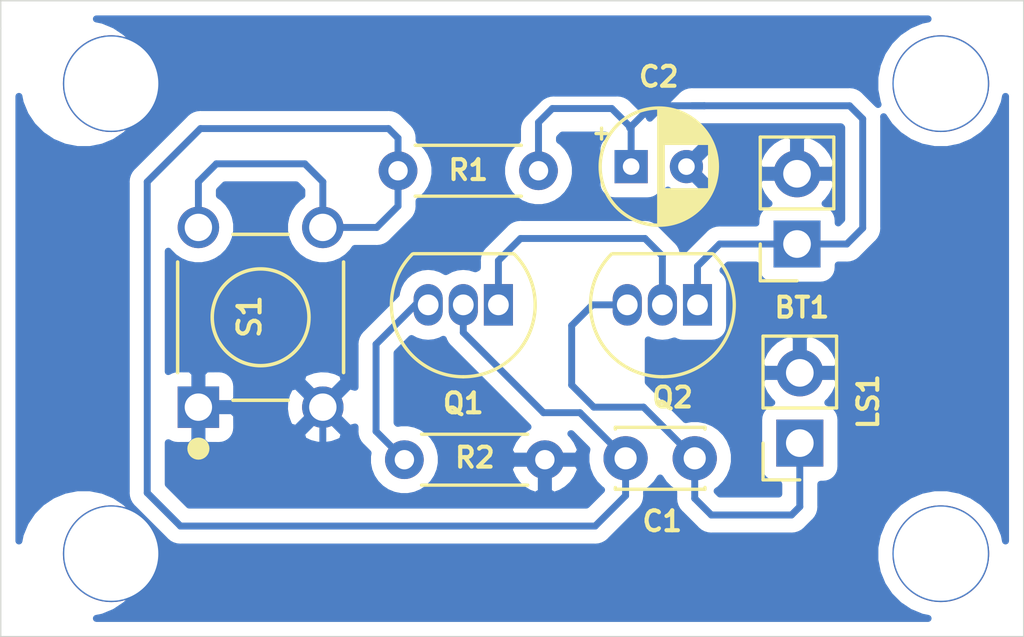
<source format=kicad_pcb>
(kicad_pcb (version 20171130) (host pcbnew "(5.1.12)-1")

  (general
    (thickness 1.6)
    (drawings 5)
    (tracks 69)
    (zones 0)
    (modules 9)
    (nets 7)
  )

  (page A4)
  (layers
    (0 F.Cu signal)
    (31 B.Cu signal)
    (32 B.Adhes user hide)
    (33 F.Adhes user hide)
    (34 B.Paste user hide)
    (35 F.Paste user hide)
    (36 B.SilkS user hide)
    (37 F.SilkS user)
    (38 B.Mask user)
    (39 F.Mask user hide)
    (40 Dwgs.User user hide)
    (41 Cmts.User user hide)
    (42 Eco1.User user hide)
    (43 Eco2.User user hide)
    (44 Edge.Cuts user)
    (45 Margin user hide)
    (46 B.CrtYd user hide)
    (47 F.CrtYd user)
    (48 B.Fab user hide)
    (49 F.Fab user)
  )

  (setup
    (last_trace_width 0.25)
    (trace_clearance 0.2)
    (zone_clearance 0.508)
    (zone_45_only no)
    (trace_min 0.2)
    (via_size 0.8)
    (via_drill 0.4)
    (via_min_size 0.4)
    (via_min_drill 0.3)
    (uvia_size 0.3)
    (uvia_drill 0.1)
    (uvias_allowed no)
    (uvia_min_size 0.2)
    (uvia_min_drill 0.1)
    (edge_width 0.05)
    (segment_width 0.2)
    (pcb_text_width 0.3)
    (pcb_text_size 1.5 1.5)
    (mod_edge_width 0.12)
    (mod_text_size 1 1)
    (mod_text_width 0.15)
    (pad_size 1.524 1.524)
    (pad_drill 0.762)
    (pad_to_mask_clearance 0)
    (aux_axis_origin 0 0)
    (visible_elements 7FFFFFFF)
    (pcbplotparams
      (layerselection 0x010fc_ffffffff)
      (usegerberextensions false)
      (usegerberattributes true)
      (usegerberadvancedattributes true)
      (creategerberjobfile true)
      (excludeedgelayer true)
      (linewidth 0.100000)
      (plotframeref false)
      (viasonmask false)
      (mode 1)
      (useauxorigin false)
      (hpglpennumber 1)
      (hpglpenspeed 20)
      (hpglpendiameter 15.000000)
      (psnegative false)
      (psa4output false)
      (plotreference true)
      (plotvalue true)
      (plotinvisibletext false)
      (padsonsilk false)
      (subtractmaskfromsilk false)
      (outputformat 1)
      (mirror false)
      (drillshape 0)
      (scaleselection 1)
      (outputdirectory "gerber/"))
  )

  (net 0 "")
  (net 1 Earth)
  (net 2 "Net-(BT1-Pad1)")
  (net 3 "Net-(C1-Pad2)")
  (net 4 "Net-(C1-Pad1)")
  (net 5 "Net-(Q1-Pad1)")
  (net 6 "Net-(Q1-Pad3)")

  (net_class Default "This is the default net class."
    (clearance 0.2)
    (trace_width 0.25)
    (via_dia 0.8)
    (via_drill 0.4)
    (uvia_dia 0.3)
    (uvia_drill 0.1)
    (add_net Earth)
    (add_net "Net-(BT1-Pad1)")
    (add_net "Net-(C1-Pad1)")
    (add_net "Net-(C1-Pad2)")
    (add_net "Net-(Q1-Pad1)")
    (add_net "Net-(Q1-Pad3)")
  )

  (module FSM8JH:SW_FSM8JH (layer F.Cu) (tedit 64E0D0BC) (tstamp 64E1253B)
    (at 111.4 108.45 90)
    (path /64E3FC34)
    (fp_text reference S1 (at 0.025 -0.4 90) (layer F.SilkS)
      (effects (font (size 0.801197 0.801197) (thickness 0.15)))
    )
    (fp_text value FSM8JH (at 0.025 -3.65 90) (layer F.Fab)
      (effects (font (size 0.72 0.72) (thickness 0.15)))
    )
    (fp_circle (center -3.25 -2.25) (end -3.05 -2.25) (layer F.Fab) (width 0.4))
    (fp_circle (center -4.75 -2.25) (end -4.55 -2.25) (layer F.SilkS) (width 0.4))
    (fp_line (start -4.25 3.245) (end -4.25 -3.25) (layer F.CrtYd) (width 0.05))
    (fp_line (start 4.25 3.245) (end -4.25 3.245) (layer F.CrtYd) (width 0.05))
    (fp_line (start 4.25 -3.25) (end 4.25 3.245) (layer F.CrtYd) (width 0.05))
    (fp_line (start -4.25 -3.25) (end 4.25 -3.25) (layer F.CrtYd) (width 0.05))
    (fp_circle (center 0 0) (end 1.75 0) (layer F.SilkS) (width 0.127))
    (fp_line (start -2 3) (end 2 3) (layer F.SilkS) (width 0.127))
    (fp_line (start -2 -3) (end 2 -3) (layer F.SilkS) (width 0.127))
    (fp_line (start 3 -1) (end 3 1) (layer F.SilkS) (width 0.127))
    (fp_line (start -3 -1) (end -3 1) (layer F.SilkS) (width 0.127))
    (fp_circle (center 0 0) (end 1.75 0) (layer F.Fab) (width 0.127))
    (fp_line (start 2.995 -2.995) (end -2.995 -2.995) (layer F.Fab) (width 0.127))
    (fp_line (start 2.995 2.995) (end 2.995 -2.995) (layer F.Fab) (width 0.127))
    (fp_line (start -2.995 2.995) (end 2.995 2.995) (layer F.Fab) (width 0.127))
    (fp_line (start -2.995 -2.995) (end -2.995 2.995) (layer F.Fab) (width 0.127))
    (pad 4 thru_hole circle (at 3.25 2.25 90) (size 1.498 1.498) (drill 0.99) (layers *.Cu *.Mask)
      (net 3 "Net-(C1-Pad2)"))
    (pad 2 thru_hole circle (at -3.25 2.25 90) (size 1.498 1.498) (drill 0.99) (layers *.Cu *.Mask)
      (net 1 Earth))
    (pad 3 thru_hole circle (at 3.25 -2.25 90) (size 1.498 1.498) (drill 0.99) (layers *.Cu *.Mask)
      (net 3 "Net-(C1-Pad2)"))
    (pad 1 thru_hole rect (at -3.25 -2.25 90) (size 1.498 1.498) (drill 0.99) (layers *.Cu *.Mask)
      (net 1 Earth))
  )

  (module Resistor_THT:R_Axial_DIN0204_L3.6mm_D1.6mm_P5.08mm_Horizontal (layer F.Cu) (tedit 5AE5139B) (tstamp 64E12523)
    (at 116.6 113.6)
    (descr "Resistor, Axial_DIN0204 series, Axial, Horizontal, pin pitch=5.08mm, 0.167W, length*diameter=3.6*1.6mm^2, http://cdn-reichelt.de/documents/datenblatt/B400/1_4W%23YAG.pdf")
    (tags "Resistor Axial_DIN0204 series Axial Horizontal pin pitch 5.08mm 0.167W length 3.6mm diameter 1.6mm")
    (path /64E01D8C)
    (fp_text reference R2 (at 2.55 -0.075) (layer F.SilkS)
      (effects (font (size 0.72 0.72) (thickness 0.15)))
    )
    (fp_text value 100 (at 2.54 1.92) (layer F.Fab)
      (effects (font (size 0.72 0.72) (thickness 0.15)))
    )
    (fp_line (start 6.03 -1.05) (end -0.95 -1.05) (layer F.CrtYd) (width 0.05))
    (fp_line (start 6.03 1.05) (end 6.03 -1.05) (layer F.CrtYd) (width 0.05))
    (fp_line (start -0.95 1.05) (end 6.03 1.05) (layer F.CrtYd) (width 0.05))
    (fp_line (start -0.95 -1.05) (end -0.95 1.05) (layer F.CrtYd) (width 0.05))
    (fp_line (start 0.62 0.92) (end 4.46 0.92) (layer F.SilkS) (width 0.12))
    (fp_line (start 0.62 -0.92) (end 4.46 -0.92) (layer F.SilkS) (width 0.12))
    (fp_line (start 5.08 0) (end 4.34 0) (layer F.Fab) (width 0.1))
    (fp_line (start 0 0) (end 0.74 0) (layer F.Fab) (width 0.1))
    (fp_line (start 4.34 -0.8) (end 0.74 -0.8) (layer F.Fab) (width 0.1))
    (fp_line (start 4.34 0.8) (end 4.34 -0.8) (layer F.Fab) (width 0.1))
    (fp_line (start 0.74 0.8) (end 4.34 0.8) (layer F.Fab) (width 0.1))
    (fp_line (start 0.74 -0.8) (end 0.74 0.8) (layer F.Fab) (width 0.1))
    (fp_text user %R (at 2.54 0) (layer F.Fab)
      (effects (font (size 0.72 0.72) (thickness 0.108)))
    )
    (pad 2 thru_hole oval (at 5.08 0) (size 1.4 1.4) (drill 0.7) (layers *.Cu *.Mask)
      (net 1 Earth))
    (pad 1 thru_hole circle (at 0 0) (size 1.4 1.4) (drill 0.7) (layers *.Cu *.Mask)
      (net 6 "Net-(Q1-Pad3)"))
    (model ${KISYS3DMOD}/Resistor_THT.3dshapes/R_Axial_DIN0204_L3.6mm_D1.6mm_P5.08mm_Horizontal.wrl
      (at (xyz 0 0 0))
      (scale (xyz 1 1 1))
      (rotate (xyz 0 0 0))
    )
  )

  (module Resistor_THT:R_Axial_DIN0204_L3.6mm_D1.6mm_P5.08mm_Horizontal (layer F.Cu) (tedit 5AE5139B) (tstamp 64E12510)
    (at 121.45 103.15 180)
    (descr "Resistor, Axial_DIN0204 series, Axial, Horizontal, pin pitch=5.08mm, 0.167W, length*diameter=3.6*1.6mm^2, http://cdn-reichelt.de/documents/datenblatt/B400/1_4W%23YAG.pdf")
    (tags "Resistor Axial_DIN0204 series Axial Horizontal pin pitch 5.08mm 0.167W length 3.6mm diameter 1.6mm")
    (path /64E022F3)
    (fp_text reference R1 (at 2.54 0.025) (layer F.SilkS)
      (effects (font (size 0.72 0.72) (thickness 0.15)))
    )
    (fp_text value 330K (at 2.54 1.92) (layer F.Fab)
      (effects (font (size 0.72 0.72) (thickness 0.15)))
    )
    (fp_line (start 6.03 -1.05) (end -0.95 -1.05) (layer F.CrtYd) (width 0.05))
    (fp_line (start 6.03 1.05) (end 6.03 -1.05) (layer F.CrtYd) (width 0.05))
    (fp_line (start -0.95 1.05) (end 6.03 1.05) (layer F.CrtYd) (width 0.05))
    (fp_line (start -0.95 -1.05) (end -0.95 1.05) (layer F.CrtYd) (width 0.05))
    (fp_line (start 0.62 0.92) (end 4.46 0.92) (layer F.SilkS) (width 0.12))
    (fp_line (start 0.62 -0.92) (end 4.46 -0.92) (layer F.SilkS) (width 0.12))
    (fp_line (start 5.08 0) (end 4.34 0) (layer F.Fab) (width 0.1))
    (fp_line (start 0 0) (end 0.74 0) (layer F.Fab) (width 0.1))
    (fp_line (start 4.34 -0.8) (end 0.74 -0.8) (layer F.Fab) (width 0.1))
    (fp_line (start 4.34 0.8) (end 4.34 -0.8) (layer F.Fab) (width 0.1))
    (fp_line (start 0.74 0.8) (end 4.34 0.8) (layer F.Fab) (width 0.1))
    (fp_line (start 0.74 -0.8) (end 0.74 0.8) (layer F.Fab) (width 0.1))
    (fp_text user %R (at 2.54 0) (layer F.Fab)
      (effects (font (size 0.72 0.72) (thickness 0.108)))
    )
    (pad 2 thru_hole oval (at 5.08 0 180) (size 1.4 1.4) (drill 0.7) (layers *.Cu *.Mask)
      (net 3 "Net-(C1-Pad2)"))
    (pad 1 thru_hole circle (at 0 0 180) (size 1.4 1.4) (drill 0.7) (layers *.Cu *.Mask)
      (net 2 "Net-(BT1-Pad1)"))
    (model ${KISYS3DMOD}/Resistor_THT.3dshapes/R_Axial_DIN0204_L3.6mm_D1.6mm_P5.08mm_Horizontal.wrl
      (at (xyz 0 0 0))
      (scale (xyz 1 1 1))
      (rotate (xyz 0 0 0))
    )
  )

  (module Package_TO_SOT_THT:TO-92_Inline (layer F.Cu) (tedit 5A1DD157) (tstamp 64E124FD)
    (at 127.2 108 180)
    (descr "TO-92 leads in-line, narrow, oval pads, drill 0.75mm (see NXP sot054_po.pdf)")
    (tags "to-92 sc-43 sc-43a sot54 PA33 transistor")
    (path /64E014ED)
    (fp_text reference Q2 (at 0.9 -3.35) (layer F.SilkS)
      (effects (font (size 0.72 0.72) (thickness 0.15)))
    )
    (fp_text value BC547 (at 4.7 -0.7 90) (layer F.Fab)
      (effects (font (size 0.72 0.72) (thickness 0.15)))
    )
    (fp_line (start 4 2.01) (end -1.46 2.01) (layer F.CrtYd) (width 0.05))
    (fp_line (start 4 2.01) (end 4 -2.73) (layer F.CrtYd) (width 0.05))
    (fp_line (start -1.46 -2.73) (end -1.46 2.01) (layer F.CrtYd) (width 0.05))
    (fp_line (start -1.46 -2.73) (end 4 -2.73) (layer F.CrtYd) (width 0.05))
    (fp_line (start -0.5 1.75) (end 3 1.75) (layer F.Fab) (width 0.1))
    (fp_line (start -0.53 1.85) (end 3.07 1.85) (layer F.SilkS) (width 0.12))
    (fp_arc (start 1.27 0) (end 1.27 -2.6) (angle 135) (layer F.SilkS) (width 0.12))
    (fp_arc (start 1.27 0) (end 1.27 -2.48) (angle -135) (layer F.Fab) (width 0.1))
    (fp_arc (start 1.27 0) (end 1.27 -2.6) (angle -135) (layer F.SilkS) (width 0.12))
    (fp_arc (start 1.27 0) (end 1.27 -2.48) (angle 135) (layer F.Fab) (width 0.1))
    (fp_text user %R (at 1.27 0) (layer F.Fab)
      (effects (font (size 1 1) (thickness 0.15)))
    )
    (pad 1 thru_hole rect (at 0 0 180) (size 1.05 1.5) (drill 0.75) (layers *.Cu *.Mask)
      (net 2 "Net-(BT1-Pad1)"))
    (pad 3 thru_hole oval (at 2.54 0 180) (size 1.05 1.5) (drill 0.75) (layers *.Cu *.Mask)
      (net 4 "Net-(C1-Pad1)"))
    (pad 2 thru_hole oval (at 1.27 0 180) (size 1.05 1.5) (drill 0.75) (layers *.Cu *.Mask)
      (net 5 "Net-(Q1-Pad1)"))
    (model ${KISYS3DMOD}/Package_TO_SOT_THT.3dshapes/TO-92_Inline.wrl
      (at (xyz 0 0 0))
      (scale (xyz 1 1 1))
      (rotate (xyz 0 0 0))
    )
  )

  (module Package_TO_SOT_THT:TO-92_Inline (layer F.Cu) (tedit 5A1DD157) (tstamp 64E124EB)
    (at 120 108 180)
    (descr "TO-92 leads in-line, narrow, oval pads, drill 0.75mm (see NXP sot054_po.pdf)")
    (tags "to-92 sc-43 sc-43a sot54 PA33 transistor")
    (path /64E00C80)
    (fp_text reference Q1 (at 1.27 -3.56) (layer F.SilkS)
      (effects (font (size 0.72 0.72) (thickness 0.15)))
    )
    (fp_text value BC547 (at 2 2.79) (layer F.Fab)
      (effects (font (size 0.72 0.72) (thickness 0.15)))
    )
    (fp_line (start -0.53 1.85) (end 3.07 1.85) (layer F.SilkS) (width 0.12))
    (fp_line (start -0.5 1.75) (end 3 1.75) (layer F.Fab) (width 0.1))
    (fp_line (start -1.46 -2.73) (end 4 -2.73) (layer F.CrtYd) (width 0.05))
    (fp_line (start -1.46 -2.73) (end -1.46 2.01) (layer F.CrtYd) (width 0.05))
    (fp_line (start 4 2.01) (end 4 -2.73) (layer F.CrtYd) (width 0.05))
    (fp_line (start 4 2.01) (end -1.46 2.01) (layer F.CrtYd) (width 0.05))
    (fp_text user %R (at 1.27 0) (layer F.Fab)
      (effects (font (size 1 1) (thickness 0.15)))
    )
    (fp_arc (start 1.27 0) (end 1.27 -2.48) (angle 135) (layer F.Fab) (width 0.1))
    (fp_arc (start 1.27 0) (end 1.27 -2.6) (angle -135) (layer F.SilkS) (width 0.12))
    (fp_arc (start 1.27 0) (end 1.27 -2.48) (angle -135) (layer F.Fab) (width 0.1))
    (fp_arc (start 1.27 0) (end 1.27 -2.6) (angle 135) (layer F.SilkS) (width 0.12))
    (pad 2 thru_hole oval (at 1.27 0 180) (size 1.05 1.5) (drill 0.75) (layers *.Cu *.Mask)
      (net 3 "Net-(C1-Pad2)"))
    (pad 3 thru_hole oval (at 2.54 0 180) (size 1.05 1.5) (drill 0.75) (layers *.Cu *.Mask)
      (net 6 "Net-(Q1-Pad3)"))
    (pad 1 thru_hole rect (at 0 0 180) (size 1.05 1.5) (drill 0.75) (layers *.Cu *.Mask)
      (net 5 "Net-(Q1-Pad1)"))
    (model ${KISYS3DMOD}/Package_TO_SOT_THT.3dshapes/TO-92_Inline.wrl
      (at (xyz 0 0 0))
      (scale (xyz 1 1 1))
      (rotate (xyz 0 0 0))
    )
  )

  (module Connector_PinSocket_2.54mm:PinSocket_1x02_P2.54mm_Vertical (layer F.Cu) (tedit 5A19A420) (tstamp 64E124D9)
    (at 130.9 113 180)
    (descr "Through hole straight socket strip, 1x02, 2.54mm pitch, single row (from Kicad 4.0.7), script generated")
    (tags "Through hole socket strip THT 1x02 2.54mm single row")
    (path /64E02F23)
    (fp_text reference LS1 (at -2.475 1.5 90) (layer F.SilkS)
      (effects (font (size 0.72 0.72) (thickness 0.15)))
    )
    (fp_text value Speaker (at -3.225 9.05 90) (layer F.Fab)
      (effects (font (size 0.72 0.72) (thickness 0.15)))
    )
    (fp_line (start -1.8 4.3) (end -1.8 -1.8) (layer F.CrtYd) (width 0.05))
    (fp_line (start 1.75 4.3) (end -1.8 4.3) (layer F.CrtYd) (width 0.05))
    (fp_line (start 1.75 -1.8) (end 1.75 4.3) (layer F.CrtYd) (width 0.05))
    (fp_line (start -1.8 -1.8) (end 1.75 -1.8) (layer F.CrtYd) (width 0.05))
    (fp_line (start 0 -1.33) (end 1.33 -1.33) (layer F.SilkS) (width 0.12))
    (fp_line (start 1.33 -1.33) (end 1.33 0) (layer F.SilkS) (width 0.12))
    (fp_line (start 1.33 1.27) (end 1.33 3.87) (layer F.SilkS) (width 0.12))
    (fp_line (start -1.33 3.87) (end 1.33 3.87) (layer F.SilkS) (width 0.12))
    (fp_line (start -1.33 1.27) (end -1.33 3.87) (layer F.SilkS) (width 0.12))
    (fp_line (start -1.33 1.27) (end 1.33 1.27) (layer F.SilkS) (width 0.12))
    (fp_line (start -1.27 3.81) (end -1.27 -1.27) (layer F.Fab) (width 0.1))
    (fp_line (start 1.27 3.81) (end -1.27 3.81) (layer F.Fab) (width 0.1))
    (fp_line (start 1.27 -0.635) (end 1.27 3.81) (layer F.Fab) (width 0.1))
    (fp_line (start 0.635 -1.27) (end 1.27 -0.635) (layer F.Fab) (width 0.1))
    (fp_line (start -1.27 -1.27) (end 0.635 -1.27) (layer F.Fab) (width 0.1))
    (fp_text user %R (at -2.5 1.475 90) (layer F.Fab)
      (effects (font (size 0.72 0.72) (thickness 0.15)))
    )
    (pad 2 thru_hole oval (at 0 2.54 180) (size 1.7 1.7) (drill 1) (layers *.Cu *.Mask)
      (net 1 Earth))
    (pad 1 thru_hole rect (at 0 0 180) (size 1.7 1.7) (drill 1) (layers *.Cu *.Mask)
      (net 4 "Net-(C1-Pad1)"))
    (model ${KISYS3DMOD}/Connector_PinSocket_2.54mm.3dshapes/PinSocket_1x02_P2.54mm_Vertical.wrl
      (at (xyz 0 0 0))
      (scale (xyz 1 1 1))
      (rotate (xyz 0 0 0))
    )
  )

  (module Capacitor_THT:CP_Radial_D4.0mm_P2.00mm (layer F.Cu) (tedit 5AE50EF0) (tstamp 64E124C3)
    (at 124.8 103)
    (descr "CP, Radial series, Radial, pin pitch=2.00mm, , diameter=4mm, Electrolytic Capacitor")
    (tags "CP Radial series Radial pin pitch 2.00mm  diameter 4mm Electrolytic Capacitor")
    (path /64E038FB)
    (fp_text reference C2 (at 1 -3.25) (layer F.SilkS)
      (effects (font (size 0.72 0.72) (thickness 0.15)))
    )
    (fp_text value 100uf (at 3.75 0.25 90) (layer F.Fab)
      (effects (font (size 0.72 0.72) (thickness 0.15)))
    )
    (fp_circle (center 1 0) (end 3 0) (layer F.Fab) (width 0.1))
    (fp_circle (center 1 0) (end 3.12 0) (layer F.SilkS) (width 0.12))
    (fp_circle (center 1 0) (end 3.25 0) (layer F.CrtYd) (width 0.05))
    (fp_line (start -0.702554 -0.8675) (end -0.302554 -0.8675) (layer F.Fab) (width 0.1))
    (fp_line (start -0.502554 -1.0675) (end -0.502554 -0.6675) (layer F.Fab) (width 0.1))
    (fp_line (start 1 -2.08) (end 1 2.08) (layer F.SilkS) (width 0.12))
    (fp_line (start 1.04 -2.08) (end 1.04 2.08) (layer F.SilkS) (width 0.12))
    (fp_line (start 1.08 -2.079) (end 1.08 2.079) (layer F.SilkS) (width 0.12))
    (fp_line (start 1.12 -2.077) (end 1.12 2.077) (layer F.SilkS) (width 0.12))
    (fp_line (start 1.16 -2.074) (end 1.16 2.074) (layer F.SilkS) (width 0.12))
    (fp_line (start 1.2 -2.071) (end 1.2 -0.84) (layer F.SilkS) (width 0.12))
    (fp_line (start 1.2 0.84) (end 1.2 2.071) (layer F.SilkS) (width 0.12))
    (fp_line (start 1.24 -2.067) (end 1.24 -0.84) (layer F.SilkS) (width 0.12))
    (fp_line (start 1.24 0.84) (end 1.24 2.067) (layer F.SilkS) (width 0.12))
    (fp_line (start 1.28 -2.062) (end 1.28 -0.84) (layer F.SilkS) (width 0.12))
    (fp_line (start 1.28 0.84) (end 1.28 2.062) (layer F.SilkS) (width 0.12))
    (fp_line (start 1.32 -2.056) (end 1.32 -0.84) (layer F.SilkS) (width 0.12))
    (fp_line (start 1.32 0.84) (end 1.32 2.056) (layer F.SilkS) (width 0.12))
    (fp_line (start 1.36 -2.05) (end 1.36 -0.84) (layer F.SilkS) (width 0.12))
    (fp_line (start 1.36 0.84) (end 1.36 2.05) (layer F.SilkS) (width 0.12))
    (fp_line (start 1.4 -2.042) (end 1.4 -0.84) (layer F.SilkS) (width 0.12))
    (fp_line (start 1.4 0.84) (end 1.4 2.042) (layer F.SilkS) (width 0.12))
    (fp_line (start 1.44 -2.034) (end 1.44 -0.84) (layer F.SilkS) (width 0.12))
    (fp_line (start 1.44 0.84) (end 1.44 2.034) (layer F.SilkS) (width 0.12))
    (fp_line (start 1.48 -2.025) (end 1.48 -0.84) (layer F.SilkS) (width 0.12))
    (fp_line (start 1.48 0.84) (end 1.48 2.025) (layer F.SilkS) (width 0.12))
    (fp_line (start 1.52 -2.016) (end 1.52 -0.84) (layer F.SilkS) (width 0.12))
    (fp_line (start 1.52 0.84) (end 1.52 2.016) (layer F.SilkS) (width 0.12))
    (fp_line (start 1.56 -2.005) (end 1.56 -0.84) (layer F.SilkS) (width 0.12))
    (fp_line (start 1.56 0.84) (end 1.56 2.005) (layer F.SilkS) (width 0.12))
    (fp_line (start 1.6 -1.994) (end 1.6 -0.84) (layer F.SilkS) (width 0.12))
    (fp_line (start 1.6 0.84) (end 1.6 1.994) (layer F.SilkS) (width 0.12))
    (fp_line (start 1.64 -1.982) (end 1.64 -0.84) (layer F.SilkS) (width 0.12))
    (fp_line (start 1.64 0.84) (end 1.64 1.982) (layer F.SilkS) (width 0.12))
    (fp_line (start 1.68 -1.968) (end 1.68 -0.84) (layer F.SilkS) (width 0.12))
    (fp_line (start 1.68 0.84) (end 1.68 1.968) (layer F.SilkS) (width 0.12))
    (fp_line (start 1.721 -1.954) (end 1.721 -0.84) (layer F.SilkS) (width 0.12))
    (fp_line (start 1.721 0.84) (end 1.721 1.954) (layer F.SilkS) (width 0.12))
    (fp_line (start 1.761 -1.94) (end 1.761 -0.84) (layer F.SilkS) (width 0.12))
    (fp_line (start 1.761 0.84) (end 1.761 1.94) (layer F.SilkS) (width 0.12))
    (fp_line (start 1.801 -1.924) (end 1.801 -0.84) (layer F.SilkS) (width 0.12))
    (fp_line (start 1.801 0.84) (end 1.801 1.924) (layer F.SilkS) (width 0.12))
    (fp_line (start 1.841 -1.907) (end 1.841 -0.84) (layer F.SilkS) (width 0.12))
    (fp_line (start 1.841 0.84) (end 1.841 1.907) (layer F.SilkS) (width 0.12))
    (fp_line (start 1.881 -1.889) (end 1.881 -0.84) (layer F.SilkS) (width 0.12))
    (fp_line (start 1.881 0.84) (end 1.881 1.889) (layer F.SilkS) (width 0.12))
    (fp_line (start 1.921 -1.87) (end 1.921 -0.84) (layer F.SilkS) (width 0.12))
    (fp_line (start 1.921 0.84) (end 1.921 1.87) (layer F.SilkS) (width 0.12))
    (fp_line (start 1.961 -1.851) (end 1.961 -0.84) (layer F.SilkS) (width 0.12))
    (fp_line (start 1.961 0.84) (end 1.961 1.851) (layer F.SilkS) (width 0.12))
    (fp_line (start 2.001 -1.83) (end 2.001 -0.84) (layer F.SilkS) (width 0.12))
    (fp_line (start 2.001 0.84) (end 2.001 1.83) (layer F.SilkS) (width 0.12))
    (fp_line (start 2.041 -1.808) (end 2.041 -0.84) (layer F.SilkS) (width 0.12))
    (fp_line (start 2.041 0.84) (end 2.041 1.808) (layer F.SilkS) (width 0.12))
    (fp_line (start 2.081 -1.785) (end 2.081 -0.84) (layer F.SilkS) (width 0.12))
    (fp_line (start 2.081 0.84) (end 2.081 1.785) (layer F.SilkS) (width 0.12))
    (fp_line (start 2.121 -1.76) (end 2.121 -0.84) (layer F.SilkS) (width 0.12))
    (fp_line (start 2.121 0.84) (end 2.121 1.76) (layer F.SilkS) (width 0.12))
    (fp_line (start 2.161 -1.735) (end 2.161 -0.84) (layer F.SilkS) (width 0.12))
    (fp_line (start 2.161 0.84) (end 2.161 1.735) (layer F.SilkS) (width 0.12))
    (fp_line (start 2.201 -1.708) (end 2.201 -0.84) (layer F.SilkS) (width 0.12))
    (fp_line (start 2.201 0.84) (end 2.201 1.708) (layer F.SilkS) (width 0.12))
    (fp_line (start 2.241 -1.68) (end 2.241 -0.84) (layer F.SilkS) (width 0.12))
    (fp_line (start 2.241 0.84) (end 2.241 1.68) (layer F.SilkS) (width 0.12))
    (fp_line (start 2.281 -1.65) (end 2.281 -0.84) (layer F.SilkS) (width 0.12))
    (fp_line (start 2.281 0.84) (end 2.281 1.65) (layer F.SilkS) (width 0.12))
    (fp_line (start 2.321 -1.619) (end 2.321 -0.84) (layer F.SilkS) (width 0.12))
    (fp_line (start 2.321 0.84) (end 2.321 1.619) (layer F.SilkS) (width 0.12))
    (fp_line (start 2.361 -1.587) (end 2.361 -0.84) (layer F.SilkS) (width 0.12))
    (fp_line (start 2.361 0.84) (end 2.361 1.587) (layer F.SilkS) (width 0.12))
    (fp_line (start 2.401 -1.552) (end 2.401 -0.84) (layer F.SilkS) (width 0.12))
    (fp_line (start 2.401 0.84) (end 2.401 1.552) (layer F.SilkS) (width 0.12))
    (fp_line (start 2.441 -1.516) (end 2.441 -0.84) (layer F.SilkS) (width 0.12))
    (fp_line (start 2.441 0.84) (end 2.441 1.516) (layer F.SilkS) (width 0.12))
    (fp_line (start 2.481 -1.478) (end 2.481 -0.84) (layer F.SilkS) (width 0.12))
    (fp_line (start 2.481 0.84) (end 2.481 1.478) (layer F.SilkS) (width 0.12))
    (fp_line (start 2.521 -1.438) (end 2.521 -0.84) (layer F.SilkS) (width 0.12))
    (fp_line (start 2.521 0.84) (end 2.521 1.438) (layer F.SilkS) (width 0.12))
    (fp_line (start 2.561 -1.396) (end 2.561 -0.84) (layer F.SilkS) (width 0.12))
    (fp_line (start 2.561 0.84) (end 2.561 1.396) (layer F.SilkS) (width 0.12))
    (fp_line (start 2.601 -1.351) (end 2.601 -0.84) (layer F.SilkS) (width 0.12))
    (fp_line (start 2.601 0.84) (end 2.601 1.351) (layer F.SilkS) (width 0.12))
    (fp_line (start 2.641 -1.304) (end 2.641 -0.84) (layer F.SilkS) (width 0.12))
    (fp_line (start 2.641 0.84) (end 2.641 1.304) (layer F.SilkS) (width 0.12))
    (fp_line (start 2.681 -1.254) (end 2.681 -0.84) (layer F.SilkS) (width 0.12))
    (fp_line (start 2.681 0.84) (end 2.681 1.254) (layer F.SilkS) (width 0.12))
    (fp_line (start 2.721 -1.2) (end 2.721 -0.84) (layer F.SilkS) (width 0.12))
    (fp_line (start 2.721 0.84) (end 2.721 1.2) (layer F.SilkS) (width 0.12))
    (fp_line (start 2.761 -1.142) (end 2.761 -0.84) (layer F.SilkS) (width 0.12))
    (fp_line (start 2.761 0.84) (end 2.761 1.142) (layer F.SilkS) (width 0.12))
    (fp_line (start 2.801 -1.08) (end 2.801 -0.84) (layer F.SilkS) (width 0.12))
    (fp_line (start 2.801 0.84) (end 2.801 1.08) (layer F.SilkS) (width 0.12))
    (fp_line (start 2.841 -1.013) (end 2.841 1.013) (layer F.SilkS) (width 0.12))
    (fp_line (start 2.881 -0.94) (end 2.881 0.94) (layer F.SilkS) (width 0.12))
    (fp_line (start 2.921 -0.859) (end 2.921 0.859) (layer F.SilkS) (width 0.12))
    (fp_line (start 2.961 -0.768) (end 2.961 0.768) (layer F.SilkS) (width 0.12))
    (fp_line (start 3.001 -0.664) (end 3.001 0.664) (layer F.SilkS) (width 0.12))
    (fp_line (start 3.041 -0.537) (end 3.041 0.537) (layer F.SilkS) (width 0.12))
    (fp_line (start 3.081 -0.37) (end 3.081 0.37) (layer F.SilkS) (width 0.12))
    (fp_line (start -1.269801 -1.195) (end -0.869801 -1.195) (layer F.SilkS) (width 0.12))
    (fp_line (start -1.069801 -1.395) (end -1.069801 -0.995) (layer F.SilkS) (width 0.12))
    (fp_text user %R (at 1 -3.225) (layer F.Fab)
      (effects (font (size 0.72 0.72) (thickness 0.12)))
    )
    (pad 1 thru_hole rect (at 0 0) (size 1.2 1.2) (drill 0.6) (layers *.Cu *.Mask)
      (net 2 "Net-(BT1-Pad1)"))
    (pad 2 thru_hole circle (at 2 0) (size 1.2 1.2) (drill 0.6) (layers *.Cu *.Mask)
      (net 1 Earth))
    (model ${KISYS3DMOD}/Capacitor_THT.3dshapes/CP_Radial_D4.0mm_P2.00mm.wrl
      (at (xyz 0 0 0))
      (scale (xyz 1 1 1))
      (rotate (xyz 0 0 0))
    )
  )

  (module Capacitor_THT:C_Disc_D3.0mm_W2.0mm_P2.50mm (layer F.Cu) (tedit 5AE50EF0) (tstamp 64E12457)
    (at 127.1 113.55 180)
    (descr "C, Disc series, Radial, pin pitch=2.50mm, , diameter*width=3*2mm^2, Capacitor")
    (tags "C Disc series Radial pin pitch 2.50mm  diameter 3mm width 2mm Capacitor")
    (path /64E040F8)
    (fp_text reference C1 (at 1.175 -2.275) (layer F.SilkS)
      (effects (font (size 0.72 0.72) (thickness 0.15)))
    )
    (fp_text value 0.01uf (at 1.025 -3.3) (layer F.Fab)
      (effects (font (size 0.72 0.72) (thickness 0.15)))
    )
    (fp_line (start -0.25 -1) (end -0.25 1) (layer F.Fab) (width 0.1))
    (fp_line (start -0.25 1) (end 2.75 1) (layer F.Fab) (width 0.1))
    (fp_line (start 2.75 1) (end 2.75 -1) (layer F.Fab) (width 0.1))
    (fp_line (start 2.75 -1) (end -0.25 -1) (layer F.Fab) (width 0.1))
    (fp_line (start -0.37 -1.12) (end 2.87 -1.12) (layer F.SilkS) (width 0.12))
    (fp_line (start -0.37 1.12) (end 2.87 1.12) (layer F.SilkS) (width 0.12))
    (fp_line (start -0.37 -1.12) (end -0.37 -1.055) (layer F.SilkS) (width 0.12))
    (fp_line (start -0.37 1.055) (end -0.37 1.12) (layer F.SilkS) (width 0.12))
    (fp_line (start 2.87 -1.12) (end 2.87 -1.055) (layer F.SilkS) (width 0.12))
    (fp_line (start 2.87 1.055) (end 2.87 1.12) (layer F.SilkS) (width 0.12))
    (fp_line (start -1.05 -1.25) (end -1.05 1.25) (layer F.CrtYd) (width 0.05))
    (fp_line (start -1.05 1.25) (end 3.55 1.25) (layer F.CrtYd) (width 0.05))
    (fp_line (start 3.55 1.25) (end 3.55 -1.25) (layer F.CrtYd) (width 0.05))
    (fp_line (start 3.55 -1.25) (end -1.05 -1.25) (layer F.CrtYd) (width 0.05))
    (fp_text user %R (at 1.2 -2.3) (layer F.Fab)
      (effects (font (size 0.72 0.72) (thickness 0.09)))
    )
    (pad 1 thru_hole circle (at 0 0 180) (size 1.6 1.6) (drill 0.8) (layers *.Cu *.Mask)
      (net 4 "Net-(C1-Pad1)"))
    (pad 2 thru_hole circle (at 2.5 0 180) (size 1.6 1.6) (drill 0.8) (layers *.Cu *.Mask)
      (net 3 "Net-(C1-Pad2)"))
    (model ${KISYS3DMOD}/Capacitor_THT.3dshapes/C_Disc_D3.0mm_W2.0mm_P2.50mm.wrl
      (at (xyz 0 0 0))
      (scale (xyz 1 1 1))
      (rotate (xyz 0 0 0))
    )
  )

  (module Connector_PinSocket_2.54mm:PinSocket_1x02_P2.54mm_Vertical (layer F.Cu) (tedit 5A19A420) (tstamp 64E12442)
    (at 130.8 105.8 180)
    (descr "Through hole straight socket strip, 1x02, 2.54mm pitch, single row (from Kicad 4.0.7), script generated")
    (tags "Through hole socket strip THT 1x02 2.54mm single row")
    (path /64E04A6C)
    (fp_text reference BT1 (at -0.175 -2.3) (layer F.SilkS)
      (effects (font (size 0.72 0.72) (thickness 0.15)))
    )
    (fp_text value 3V (at 0 5.8) (layer F.Fab)
      (effects (font (size 0.72 0.72) (thickness 0.15)))
    )
    (fp_line (start -1.27 -1.27) (end 0.635 -1.27) (layer F.Fab) (width 0.1))
    (fp_line (start 0.635 -1.27) (end 1.27 -0.635) (layer F.Fab) (width 0.1))
    (fp_line (start 1.27 -0.635) (end 1.27 3.81) (layer F.Fab) (width 0.1))
    (fp_line (start 1.27 3.81) (end -1.27 3.81) (layer F.Fab) (width 0.1))
    (fp_line (start -1.27 3.81) (end -1.27 -1.27) (layer F.Fab) (width 0.1))
    (fp_line (start -1.33 1.27) (end 1.33 1.27) (layer F.SilkS) (width 0.12))
    (fp_line (start -1.33 1.27) (end -1.33 3.87) (layer F.SilkS) (width 0.12))
    (fp_line (start -1.33 3.87) (end 1.33 3.87) (layer F.SilkS) (width 0.12))
    (fp_line (start 1.33 1.27) (end 1.33 3.87) (layer F.SilkS) (width 0.12))
    (fp_line (start 1.33 -1.33) (end 1.33 0) (layer F.SilkS) (width 0.12))
    (fp_line (start 0 -1.33) (end 1.33 -1.33) (layer F.SilkS) (width 0.12))
    (fp_line (start -1.8 -1.8) (end 1.75 -1.8) (layer F.CrtYd) (width 0.05))
    (fp_line (start 1.75 -1.8) (end 1.75 4.3) (layer F.CrtYd) (width 0.05))
    (fp_line (start 1.75 4.3) (end -1.8 4.3) (layer F.CrtYd) (width 0.05))
    (fp_line (start -1.8 4.3) (end -1.8 -1.8) (layer F.CrtYd) (width 0.05))
    (fp_text user %R (at 0 1.27 90) (layer F.Fab)
      (effects (font (size 1 1) (thickness 0.15)))
    )
    (pad 1 thru_hole rect (at 0 0 180) (size 1.7 1.7) (drill 1) (layers *.Cu *.Mask)
      (net 2 "Net-(BT1-Pad1)"))
    (pad 2 thru_hole oval (at 0 2.54 180) (size 1.7 1.7) (drill 1) (layers *.Cu *.Mask)
      (net 1 Earth))
    (model ${KISYS3DMOD}/Connector_PinSocket_2.54mm.3dshapes/PinSocket_1x02_P2.54mm_Vertical.wrl
      (at (xyz 0 0 0))
      (scale (xyz 1 1 1))
      (rotate (xyz 0 0 0))
    )
  )

  (gr_line (start 102 97) (end 102 98) (layer Edge.Cuts) (width 0.05) (tstamp 64E157C8))
  (gr_line (start 139 97) (end 102 97) (layer Edge.Cuts) (width 0.05))
  (gr_line (start 139 120) (end 139 97) (layer Edge.Cuts) (width 0.05))
  (gr_line (start 102 120) (end 139 120) (layer Edge.Cuts) (width 0.05))
  (gr_line (start 102 98) (end 102 120) (layer Edge.Cuts) (width 0.05))

  (via (at 136 100) (size 3.5) (drill 3.4) (layers F.Cu B.Cu) (net 0))
  (via (at 136 117) (size 3.5) (drill 3.4) (layers F.Cu B.Cu) (net 0))
  (via (at 106 117) (size 3.5) (drill 3.4) (layers F.Cu B.Cu) (net 0))
  (via (at 106 100) (size 3.5) (drill 3.4) (layers F.Cu B.Cu) (net 0))
  (segment (start 109.15 111.7) (end 109.15 113.35) (width 0.25) (layer B.Cu) (net 1))
  (segment (start 109.15 113.35) (end 109.8 114) (width 0.25) (layer B.Cu) (net 1))
  (segment (start 109.8 114) (end 113 114) (width 0.25) (layer B.Cu) (net 1))
  (segment (start 113.65 113.35) (end 113.65 111.7) (width 0.25) (layer B.Cu) (net 1))
  (segment (start 113 114) (end 113.65 113.35) (width 0.25) (layer B.Cu) (net 1))
  (segment (start 114.15 111.2) (end 113.65 111.7) (width 0.25) (layer B.Cu) (net 1))
  (segment (start 124.8 101.6) (end 124.8 103) (width 0.25) (layer B.Cu) (net 2))
  (segment (start 132.6 105.8) (end 130.8 105.8) (width 0.25) (layer B.Cu) (net 2))
  (segment (start 133.175 105.225) (end 132.6 105.8) (width 0.25) (layer B.Cu) (net 2))
  (segment (start 133.175 101.275) (end 133.175 105.225) (width 0.25) (layer B.Cu) (net 2))
  (segment (start 132.7 100.8) (end 133.175 101.275) (width 0.25) (layer B.Cu) (net 2))
  (segment (start 130.8 105.8) (end 128 105.8) (width 0.25) (layer B.Cu) (net 2))
  (segment (start 128 105.8) (end 127.2 106.6) (width 0.25) (layer B.Cu) (net 2))
  (segment (start 127.2 106.6) (end 127.2 108) (width 0.25) (layer B.Cu) (net 2))
  (segment (start 127.45 100.8) (end 132.7 100.8) (width 0.25) (layer B.Cu) (net 2))
  (segment (start 127 100.8) (end 127.45 100.8) (width 0.25) (layer B.Cu) (net 2))
  (segment (start 124.1 100.9) (end 124.8 101.6) (width 0.25) (layer B.Cu) (net 2))
  (segment (start 121.95 100.9) (end 124.1 100.9) (width 0.25) (layer B.Cu) (net 2))
  (segment (start 121.45 101.4) (end 121.95 100.9) (width 0.25) (layer B.Cu) (net 2))
  (segment (start 121.45 103.15) (end 121.45 101.4) (width 0.25) (layer B.Cu) (net 2))
  (segment (start 124.8 101.6) (end 124.75 101.6) (width 0.25) (layer B.Cu) (net 2))
  (segment (start 124.75 101.6) (end 125.55 100.8) (width 0.25) (layer B.Cu) (net 2))
  (segment (start 125.55 100.8) (end 127.45 100.8) (width 0.25) (layer B.Cu) (net 2))
  (segment (start 109.15 105.2) (end 109.15 103.55) (width 0.25) (layer B.Cu) (net 3))
  (segment (start 109.15 103.55) (end 109.8 102.9) (width 0.25) (layer B.Cu) (net 3))
  (segment (start 109.8 102.9) (end 113 102.9) (width 0.25) (layer B.Cu) (net 3))
  (segment (start 113.65 103.55) (end 113.65 105.2) (width 0.25) (layer B.Cu) (net 3))
  (segment (start 113 102.9) (end 113.65 103.55) (width 0.25) (layer B.Cu) (net 3))
  (segment (start 116.37 103.15) (end 116.37 104.43) (width 0.25) (layer B.Cu) (net 3))
  (segment (start 115.6 105.2) (end 113.65 105.2) (width 0.25) (layer B.Cu) (net 3))
  (segment (start 116.37 101.97) (end 116.37 103.15) (width 0.25) (layer B.Cu) (net 3))
  (segment (start 109.225 101.625) (end 116.025 101.625) (width 0.25) (layer B.Cu) (net 3))
  (segment (start 108.5 116) (end 107.3 114.8) (width 0.25) (layer B.Cu) (net 3))
  (segment (start 116.025 101.625) (end 116.37 101.97) (width 0.25) (layer B.Cu) (net 3))
  (segment (start 123.5 116) (end 108.5 116) (width 0.25) (layer B.Cu) (net 3))
  (segment (start 107.3 103.55) (end 109.225 101.625) (width 0.25) (layer B.Cu) (net 3))
  (segment (start 124.6 114.9) (end 123.5 116) (width 0.25) (layer B.Cu) (net 3))
  (segment (start 107.3 114.8) (end 107.3 103.55) (width 0.25) (layer B.Cu) (net 3))
  (segment (start 124.6 113.55) (end 124.6 114.9) (width 0.25) (layer B.Cu) (net 3))
  (segment (start 116.37 104.43) (end 115.6 105.2) (width 0.25) (layer B.Cu) (net 3))
  (segment (start 118.73 108) (end 118.73 109) (width 0.25) (layer B.Cu) (net 3))
  (segment (start 118.73 109) (end 121.63 111.9) (width 0.25) (layer B.Cu) (net 3))
  (segment (start 121.63 111.9) (end 122.95 111.9) (width 0.25) (layer B.Cu) (net 3))
  (segment (start 122.95 111.9) (end 124.6 113.55) (width 0.25) (layer B.Cu) (net 3))
  (segment (start 127.1 113.55) (end 127.1 115) (width 0.25) (layer B.Cu) (net 4))
  (segment (start 127.1 115) (end 127.7 115.6) (width 0.25) (layer B.Cu) (net 4))
  (segment (start 127.7 115.6) (end 130.6 115.6) (width 0.25) (layer B.Cu) (net 4))
  (segment (start 130.6 115.6) (end 130.9 115.3) (width 0.25) (layer B.Cu) (net 4))
  (segment (start 130.9 115.3) (end 130.9 113) (width 0.25) (layer B.Cu) (net 4))
  (segment (start 124.66 108) (end 124.66 108.14) (width 0.25) (layer B.Cu) (net 4))
  (segment (start 124.66 108) (end 123.4 108) (width 0.25) (layer B.Cu) (net 4))
  (segment (start 123.4 108) (end 122.65 108.75) (width 0.25) (layer B.Cu) (net 4))
  (segment (start 122.65 108.75) (end 122.65 110.9) (width 0.25) (layer B.Cu) (net 4))
  (segment (start 122.65 110.9) (end 123.45 111.7) (width 0.25) (layer B.Cu) (net 4))
  (segment (start 125.25 111.7) (end 127.1 113.55) (width 0.25) (layer B.Cu) (net 4))
  (segment (start 123.45 111.7) (end 125.25 111.7) (width 0.25) (layer B.Cu) (net 4))
  (segment (start 120 108) (end 120 106.4) (width 0.25) (layer B.Cu) (net 5))
  (segment (start 120 106.4) (end 120.8 105.6) (width 0.25) (layer B.Cu) (net 5))
  (segment (start 120.8 105.6) (end 125.3 105.6) (width 0.25) (layer B.Cu) (net 5))
  (segment (start 125.3 105.6) (end 125.93 106.23) (width 0.25) (layer B.Cu) (net 5))
  (segment (start 125.93 106.23) (end 125.93 108) (width 0.25) (layer B.Cu) (net 5))
  (segment (start 117.46 108) (end 117 108) (width 0.25) (layer B.Cu) (net 6))
  (segment (start 117 108) (end 115.575 109.425) (width 0.25) (layer B.Cu) (net 6))
  (segment (start 115.575 112.575) (end 116.6 113.6) (width 0.25) (layer B.Cu) (net 6))
  (segment (start 115.575 109.425) (end 115.575 112.575) (width 0.25) (layer B.Cu) (net 6))

  (zone (net 1) (net_name Earth) (layer B.Cu) (tstamp 64E05E71) (hatch edge 0.508)
    (connect_pads (clearance 0.508))
    (min_thickness 0.254)
    (fill yes (arc_segments 32) (thermal_gap 0.508) (thermal_bridge_width 0.508))
    (polygon
      (pts
        (xy 139 120) (xy 102 120) (xy 102 97) (xy 139 97)
      )
    )
    (filled_polygon
      (pts
        (xy 135.304321 97.706654) (xy 134.870279 97.88644) (xy 134.479651 98.14745) (xy 134.14745 98.479651) (xy 133.88644 98.870279)
        (xy 133.706654 99.304321) (xy 133.615 99.765098) (xy 133.615 100.234902) (xy 133.706654 100.695679) (xy 133.731032 100.754533)
        (xy 133.715001 100.734999) (xy 133.686003 100.711202) (xy 133.263803 100.289002) (xy 133.240001 100.259999) (xy 133.124276 100.165026)
        (xy 132.992247 100.094454) (xy 132.848986 100.050997) (xy 132.737333 100.04) (xy 132.737322 100.04) (xy 132.7 100.036324)
        (xy 132.662678 100.04) (xy 127.037323 100.04) (xy 127 100.036324) (xy 126.962677 100.04) (xy 126.962667 100.04)
        (xy 126.851014 100.050997) (xy 126.707753 100.094454) (xy 126.575724 100.165026) (xy 126.459999 100.259999) (xy 126.436201 100.288997)
        (xy 125.474858 101.250341) (xy 125.434974 101.175724) (xy 125.340001 101.059999) (xy 125.310998 101.036197) (xy 124.863804 100.589003)
        (xy 124.840001 100.559999) (xy 124.724276 100.465026) (xy 124.592247 100.394454) (xy 124.448986 100.350997) (xy 124.337333 100.34)
        (xy 124.337322 100.34) (xy 124.3 100.336324) (xy 124.262678 100.34) (xy 122.037322 100.34) (xy 121.999999 100.336324)
        (xy 121.962676 100.34) (xy 121.962667 100.34) (xy 121.851014 100.350997) (xy 121.707753 100.394454) (xy 121.575724 100.465026)
        (xy 121.575722 100.465027) (xy 121.575723 100.465027) (xy 121.488996 100.536201) (xy 121.488992 100.536205) (xy 121.459999 100.559999)
        (xy 121.436205 100.588993) (xy 120.938997 101.086202) (xy 120.91 101.109999) (xy 120.886202 101.138997) (xy 120.886201 101.138998)
        (xy 120.815026 101.225724) (xy 120.744454 101.357754) (xy 120.724364 101.423985) (xy 120.700998 101.501014) (xy 120.695188 101.56)
        (xy 120.686324 101.65) (xy 120.690001 101.687332) (xy 120.690001 102.052225) (xy 120.598987 102.113038) (xy 120.413038 102.298987)
        (xy 120.266939 102.517641) (xy 120.166304 102.760595) (xy 120.115 103.018514) (xy 120.115 103.281486) (xy 120.166304 103.539405)
        (xy 120.266939 103.782359) (xy 120.413038 104.001013) (xy 120.598987 104.186962) (xy 120.817641 104.333061) (xy 121.060595 104.433696)
        (xy 121.318514 104.485) (xy 121.581486 104.485) (xy 121.839405 104.433696) (xy 122.082359 104.333061) (xy 122.301013 104.186962)
        (xy 122.486962 104.001013) (xy 122.633061 103.782359) (xy 122.733696 103.539405) (xy 122.785 103.281486) (xy 122.785 103.018514)
        (xy 122.733696 102.760595) (xy 122.633061 102.517641) (xy 122.486962 102.298987) (xy 122.301013 102.113038) (xy 122.21 102.052225)
        (xy 122.21 101.964802) (xy 122.314802 101.86) (xy 123.86321 101.86) (xy 123.845506 101.869463) (xy 123.748815 101.948815)
        (xy 123.669463 102.045506) (xy 123.610498 102.15582) (xy 123.574188 102.275518) (xy 123.561928 102.4) (xy 123.561928 103.6)
        (xy 123.574188 103.724482) (xy 123.610498 103.84418) (xy 123.669463 103.954494) (xy 123.748815 104.051185) (xy 123.845506 104.130537)
        (xy 123.95582 104.189502) (xy 124.075518 104.225812) (xy 124.2 104.238072) (xy 125.4 104.238072) (xy 125.524482 104.225812)
        (xy 125.64418 104.189502) (xy 125.754494 104.130537) (xy 125.851185 104.051185) (xy 125.930537 103.954494) (xy 125.954858 103.908994)
        (xy 126.012736 103.966872) (xy 126.129842 103.849766) (xy 126.177148 104.073348) (xy 126.398516 104.174237) (xy 126.635313 104.23)
        (xy 126.878438 104.238495) (xy 127.118549 104.199395) (xy 127.346418 104.114202) (xy 127.422852 104.073348) (xy 127.470159 103.849764)
        (xy 126.8 103.179605) (xy 126.785858 103.193748) (xy 126.606253 103.014143) (xy 126.620395 103) (xy 126.979605 103)
        (xy 127.649764 103.670159) (xy 127.873348 103.622852) (xy 127.974237 103.401484) (xy 128.03 103.164687) (xy 128.038495 102.921562)
        (xy 128.035491 102.90311) (xy 129.358524 102.90311) (xy 129.479845 103.133) (xy 130.673 103.133) (xy 130.673 101.939186)
        (xy 130.927 101.939186) (xy 130.927 103.133) (xy 132.120155 103.133) (xy 132.241476 102.90311) (xy 132.196825 102.755901)
        (xy 132.071641 102.49308) (xy 131.897588 102.259731) (xy 131.681355 102.064822) (xy 131.431252 101.915843) (xy 131.156891 101.818519)
        (xy 130.927 101.939186) (xy 130.673 101.939186) (xy 130.443109 101.818519) (xy 130.168748 101.915843) (xy 129.918645 102.064822)
        (xy 129.702412 102.259731) (xy 129.528359 102.49308) (xy 129.403175 102.755901) (xy 129.358524 102.90311) (xy 128.035491 102.90311)
        (xy 127.999395 102.681451) (xy 127.914202 102.453582) (xy 127.873348 102.377148) (xy 127.649764 102.329841) (xy 126.979605 103)
        (xy 126.620395 103) (xy 126.606253 102.985858) (xy 126.785858 102.806253) (xy 126.8 102.820395) (xy 127.470159 102.150236)
        (xy 127.422852 101.926652) (xy 127.201484 101.825763) (xy 127.078095 101.796706) (xy 127.314802 101.56) (xy 132.385199 101.56)
        (xy 132.415 101.589802) (xy 132.415001 104.910197) (xy 132.288072 105.037127) (xy 132.288072 104.95) (xy 132.275812 104.825518)
        (xy 132.239502 104.70582) (xy 132.180537 104.595506) (xy 132.101185 104.498815) (xy 132.004494 104.419463) (xy 131.89418 104.360498)
        (xy 131.813534 104.336034) (xy 131.897588 104.260269) (xy 132.071641 104.02692) (xy 132.196825 103.764099) (xy 132.241476 103.61689)
        (xy 132.120155 103.387) (xy 130.927 103.387) (xy 130.927 103.407) (xy 130.673 103.407) (xy 130.673 103.387)
        (xy 129.479845 103.387) (xy 129.358524 103.61689) (xy 129.403175 103.764099) (xy 129.528359 104.02692) (xy 129.702412 104.260269)
        (xy 129.786466 104.336034) (xy 129.70582 104.360498) (xy 129.595506 104.419463) (xy 129.498815 104.498815) (xy 129.419463 104.595506)
        (xy 129.360498 104.70582) (xy 129.324188 104.825518) (xy 129.311928 104.95) (xy 129.311928 105.04) (xy 128.037323 105.04)
        (xy 128 105.036324) (xy 127.962677 105.04) (xy 127.962667 105.04) (xy 127.851014 105.050997) (xy 127.707753 105.094454)
        (xy 127.575724 105.165026) (xy 127.459999 105.259999) (xy 127.436201 105.288998) (xy 126.689002 106.036197) (xy 126.670111 106.0517)
        (xy 126.635546 105.937753) (xy 126.564974 105.805724) (xy 126.493799 105.718997) (xy 126.470001 105.689999) (xy 126.441004 105.666202)
        (xy 125.863803 105.089002) (xy 125.840001 105.059999) (xy 125.724276 104.965026) (xy 125.592247 104.894454) (xy 125.448986 104.850997)
        (xy 125.337333 104.84) (xy 125.337322 104.84) (xy 125.3 104.836324) (xy 125.262678 104.84) (xy 120.837323 104.84)
        (xy 120.8 104.836324) (xy 120.762677 104.84) (xy 120.762667 104.84) (xy 120.651014 104.850997) (xy 120.507753 104.894454)
        (xy 120.375724 104.965026) (xy 120.259999 105.059999) (xy 120.236201 105.088998) (xy 119.488998 105.836201) (xy 119.46 105.859999)
        (xy 119.436202 105.888997) (xy 119.436201 105.888998) (xy 119.365026 105.975724) (xy 119.294454 106.107754) (xy 119.273836 106.175725)
        (xy 119.257373 106.23) (xy 119.250998 106.251015) (xy 119.236324 106.4) (xy 119.240001 106.437332) (xy 119.240001 106.657713)
        (xy 119.23082 106.660498) (xy 119.166098 106.695093) (xy 118.9574 106.631785) (xy 118.73 106.609388) (xy 118.502601 106.631785)
        (xy 118.283941 106.698115) (xy 118.095001 106.799106) (xy 117.90606 106.698115) (xy 117.6874 106.631785) (xy 117.46 106.609388)
        (xy 117.232601 106.631785) (xy 117.013941 106.698115) (xy 116.812422 106.805829) (xy 116.635789 106.950788) (xy 116.49083 107.127421)
        (xy 116.383115 107.32894) (xy 116.316785 107.5476) (xy 116.310141 107.615057) (xy 115.064003 108.861196) (xy 115.034999 108.884999)
        (xy 114.979871 108.952174) (xy 114.940026 109.000724) (xy 114.878493 109.115843) (xy 114.869454 109.132754) (xy 114.825997 109.276015)
        (xy 114.815 109.387668) (xy 114.815 109.387678) (xy 114.811324 109.425) (xy 114.815 109.462323) (xy 114.815 110.980499)
        (xy 114.606279 110.923326) (xy 113.829605 111.7) (xy 114.606279 112.476674) (xy 114.815001 112.419501) (xy 114.815001 112.537668)
        (xy 114.811324 112.575) (xy 114.825998 112.723985) (xy 114.869454 112.867246) (xy 114.940026 112.999276) (xy 115.003214 113.07627)
        (xy 115.035 113.115001) (xy 115.063998 113.138799) (xy 115.286355 113.361156) (xy 115.265 113.468514) (xy 115.265 113.731486)
        (xy 115.316304 113.989405) (xy 115.416939 114.232359) (xy 115.563038 114.451013) (xy 115.748987 114.636962) (xy 115.967641 114.783061)
        (xy 116.210595 114.883696) (xy 116.468514 114.935) (xy 116.731486 114.935) (xy 116.989405 114.883696) (xy 117.232359 114.783061)
        (xy 117.451013 114.636962) (xy 117.636962 114.451013) (xy 117.783061 114.232359) (xy 117.883696 113.989405) (xy 117.89485 113.933329)
        (xy 120.387284 113.933329) (xy 120.419953 114.041044) (xy 120.530208 114.278392) (xy 120.684649 114.48967) (xy 120.87734 114.666759)
        (xy 121.100877 114.802853) (xy 121.34667 114.892722) (xy 121.553 114.770201) (xy 121.553 113.727) (xy 121.807 113.727)
        (xy 121.807 114.770201) (xy 122.01333 114.892722) (xy 122.259123 114.802853) (xy 122.48266 114.666759) (xy 122.675351 114.48967)
        (xy 122.829792 114.278392) (xy 122.940047 114.041044) (xy 122.972716 113.933329) (xy 122.849374 113.727) (xy 121.807 113.727)
        (xy 121.553 113.727) (xy 120.510626 113.727) (xy 120.387284 113.933329) (xy 117.89485 113.933329) (xy 117.935 113.731486)
        (xy 117.935 113.468514) (xy 117.883696 113.210595) (xy 117.783061 112.967641) (xy 117.636962 112.748987) (xy 117.451013 112.563038)
        (xy 117.232359 112.416939) (xy 116.989405 112.316304) (xy 116.731486 112.265) (xy 116.468514 112.265) (xy 116.361156 112.286355)
        (xy 116.335 112.260199) (xy 116.335 109.739801) (xy 116.856871 109.21793) (xy 117.01394 109.301885) (xy 117.2326 109.368215)
        (xy 117.46 109.390612) (xy 117.687399 109.368215) (xy 117.906059 109.301885) (xy 118.010452 109.246086) (xy 118.024454 109.292246)
        (xy 118.095026 109.424276) (xy 118.166201 109.511002) (xy 118.19 109.540001) (xy 118.218998 109.563799) (xy 121.0662 112.411002)
        (xy 121.070172 112.415841) (xy 120.87734 112.533241) (xy 120.684649 112.71033) (xy 120.530208 112.921608) (xy 120.419953 113.158956)
        (xy 120.387284 113.266671) (xy 120.510626 113.473) (xy 121.553 113.473) (xy 121.553 113.453) (xy 121.807 113.453)
        (xy 121.807 113.473) (xy 122.849374 113.473) (xy 122.972716 113.266671) (xy 122.940047 113.158956) (xy 122.829792 112.921608)
        (xy 122.675351 112.71033) (xy 122.620587 112.66) (xy 122.635199 112.66) (xy 123.201312 113.226114) (xy 123.165 113.408665)
        (xy 123.165 113.691335) (xy 123.220147 113.968574) (xy 123.32832 114.229727) (xy 123.485363 114.464759) (xy 123.685241 114.664637)
        (xy 123.730392 114.694806) (xy 123.185199 115.24) (xy 108.814802 115.24) (xy 108.06 114.485199) (xy 108.06 112.98675)
        (xy 108.15682 113.038502) (xy 108.276518 113.074812) (xy 108.401 113.087072) (xy 108.86425 113.084) (xy 109.023 112.92525)
        (xy 109.023 111.827) (xy 109.277 111.827) (xy 109.277 112.92525) (xy 109.43575 113.084) (xy 109.899 113.087072)
        (xy 110.023482 113.074812) (xy 110.14318 113.038502) (xy 110.253494 112.979537) (xy 110.350185 112.900185) (xy 110.429537 112.803494)
        (xy 110.488502 112.69318) (xy 110.499695 112.656279) (xy 112.873326 112.656279) (xy 112.938729 112.895045) (xy 113.185538 113.010845)
        (xy 113.450195 113.07627) (xy 113.722531 113.088805) (xy 113.992081 113.04797) (xy 114.248484 112.955332) (xy 114.361271 112.895045)
        (xy 114.426674 112.656279) (xy 113.65 111.879605) (xy 112.873326 112.656279) (xy 110.499695 112.656279) (xy 110.524812 112.573482)
        (xy 110.537072 112.449) (xy 110.534 111.98575) (xy 110.37525 111.827) (xy 109.277 111.827) (xy 109.023 111.827)
        (xy 109.003 111.827) (xy 109.003 111.772531) (xy 112.261195 111.772531) (xy 112.30203 112.042081) (xy 112.394668 112.298484)
        (xy 112.454955 112.411271) (xy 112.693721 112.476674) (xy 113.470395 111.7) (xy 112.693721 110.923326) (xy 112.454955 110.988729)
        (xy 112.339155 111.235538) (xy 112.27373 111.500195) (xy 112.261195 111.772531) (xy 109.003 111.772531) (xy 109.003 111.573)
        (xy 109.023 111.573) (xy 109.023 110.47475) (xy 109.277 110.47475) (xy 109.277 111.573) (xy 110.37525 111.573)
        (xy 110.534 111.41425) (xy 110.537072 110.951) (xy 110.524812 110.826518) (xy 110.499696 110.743721) (xy 112.873326 110.743721)
        (xy 113.65 111.520395) (xy 114.426674 110.743721) (xy 114.361271 110.504955) (xy 114.114462 110.389155) (xy 113.849805 110.32373)
        (xy 113.577469 110.311195) (xy 113.307919 110.35203) (xy 113.051516 110.444668) (xy 112.938729 110.504955) (xy 112.873326 110.743721)
        (xy 110.499696 110.743721) (xy 110.488502 110.70682) (xy 110.429537 110.596506) (xy 110.350185 110.499815) (xy 110.253494 110.420463)
        (xy 110.14318 110.361498) (xy 110.023482 110.325188) (xy 109.899 110.312928) (xy 109.43575 110.316) (xy 109.277 110.47475)
        (xy 109.023 110.47475) (xy 108.86425 110.316) (xy 108.401 110.312928) (xy 108.276518 110.325188) (xy 108.15682 110.361498)
        (xy 108.06 110.41325) (xy 108.06 106.059834) (xy 108.074977 106.082249) (xy 108.267751 106.275023) (xy 108.49443 106.426485)
        (xy 108.746302 106.530814) (xy 109.013688 106.584) (xy 109.286312 106.584) (xy 109.553698 106.530814) (xy 109.80557 106.426485)
        (xy 110.032249 106.275023) (xy 110.225023 106.082249) (xy 110.376485 105.85557) (xy 110.480814 105.603698) (xy 110.534 105.336312)
        (xy 110.534 105.063688) (xy 110.480814 104.796302) (xy 110.376485 104.54443) (xy 110.225023 104.317751) (xy 110.032249 104.124977)
        (xy 109.91 104.043293) (xy 109.91 103.864801) (xy 110.114802 103.66) (xy 112.685199 103.66) (xy 112.89 103.864802)
        (xy 112.89 104.043293) (xy 112.767751 104.124977) (xy 112.574977 104.317751) (xy 112.423515 104.54443) (xy 112.319186 104.796302)
        (xy 112.266 105.063688) (xy 112.266 105.336312) (xy 112.319186 105.603698) (xy 112.423515 105.85557) (xy 112.574977 106.082249)
        (xy 112.767751 106.275023) (xy 112.99443 106.426485) (xy 113.246302 106.530814) (xy 113.513688 106.584) (xy 113.786312 106.584)
        (xy 114.053698 106.530814) (xy 114.30557 106.426485) (xy 114.532249 106.275023) (xy 114.725023 106.082249) (xy 114.806707 105.96)
        (xy 115.562678 105.96) (xy 115.6 105.963676) (xy 115.637322 105.96) (xy 115.637333 105.96) (xy 115.748986 105.949003)
        (xy 115.892247 105.905546) (xy 116.024276 105.834974) (xy 116.140001 105.740001) (xy 116.163803 105.710998) (xy 116.881008 104.993795)
        (xy 116.910001 104.970001) (xy 116.933795 104.941008) (xy 116.933799 104.941004) (xy 117.004973 104.854277) (xy 117.006726 104.850998)
        (xy 117.075546 104.722247) (xy 117.119003 104.578986) (xy 117.13 104.467333) (xy 117.13 104.467324) (xy 117.133676 104.430001)
        (xy 117.13 104.392678) (xy 117.13 104.247775) (xy 117.221013 104.186962) (xy 117.406962 104.001013) (xy 117.553061 103.782359)
        (xy 117.653696 103.539405) (xy 117.705 103.281486) (xy 117.705 103.018514) (xy 117.653696 102.760595) (xy 117.553061 102.517641)
        (xy 117.406962 102.298987) (xy 117.221013 102.113038) (xy 117.13 102.052225) (xy 117.13 102.007325) (xy 117.133676 101.97)
        (xy 117.13 101.932675) (xy 117.13 101.932667) (xy 117.119003 101.821014) (xy 117.075546 101.677753) (xy 117.004974 101.545724)
        (xy 116.910001 101.429999) (xy 116.880998 101.406197) (xy 116.588804 101.114003) (xy 116.565001 101.084999) (xy 116.449276 100.990026)
        (xy 116.317247 100.919454) (xy 116.173986 100.875997) (xy 116.062333 100.865) (xy 116.062322 100.865) (xy 116.025 100.861324)
        (xy 115.987678 100.865) (xy 109.262322 100.865) (xy 109.224999 100.861324) (xy 109.187676 100.865) (xy 109.187667 100.865)
        (xy 109.076014 100.875997) (xy 108.932753 100.919454) (xy 108.800723 100.990026) (xy 108.770261 101.015026) (xy 108.684999 101.084999)
        (xy 108.661201 101.113997) (xy 106.788998 102.986201) (xy 106.76 103.009999) (xy 106.736202 103.038997) (xy 106.736201 103.038998)
        (xy 106.665026 103.125724) (xy 106.594454 103.257754) (xy 106.550998 103.401015) (xy 106.536324 103.55) (xy 106.540001 103.587332)
        (xy 106.54 114.762678) (xy 106.536324 114.8) (xy 106.54 114.837322) (xy 106.54 114.837332) (xy 106.550997 114.948985)
        (xy 106.584672 115.059999) (xy 106.594454 115.092246) (xy 106.665026 115.224276) (xy 106.677931 115.24) (xy 106.759999 115.340001)
        (xy 106.789003 115.363804) (xy 107.936201 116.511003) (xy 107.959999 116.540001) (xy 108.075724 116.634974) (xy 108.207753 116.705546)
        (xy 108.351014 116.749003) (xy 108.462667 116.76) (xy 108.462676 116.76) (xy 108.499999 116.763676) (xy 108.537322 116.76)
        (xy 123.462678 116.76) (xy 123.5 116.763676) (xy 123.537322 116.76) (xy 123.537333 116.76) (xy 123.648986 116.749003)
        (xy 123.792247 116.705546) (xy 123.924276 116.634974) (xy 124.040001 116.540001) (xy 124.063804 116.510998) (xy 125.111003 115.463799)
        (xy 125.140001 115.440001) (xy 125.166332 115.407917) (xy 125.234974 115.324277) (xy 125.305546 115.192247) (xy 125.318669 115.148985)
        (xy 125.349003 115.048986) (xy 125.36 114.937333) (xy 125.36 114.937323) (xy 125.363676 114.9) (xy 125.36 114.862677)
        (xy 125.36 114.768043) (xy 125.514759 114.664637) (xy 125.714637 114.464759) (xy 125.85 114.262173) (xy 125.985363 114.464759)
        (xy 126.185241 114.664637) (xy 126.340001 114.768044) (xy 126.340001 114.962668) (xy 126.336324 115) (xy 126.340001 115.037333)
        (xy 126.350998 115.148986) (xy 126.359109 115.175724) (xy 126.394454 115.292246) (xy 126.465026 115.424276) (xy 126.536201 115.511002)
        (xy 126.56 115.540001) (xy 126.588998 115.563799) (xy 127.1362 116.111002) (xy 127.159999 116.140001) (xy 127.188997 116.163799)
        (xy 127.275723 116.234974) (xy 127.405461 116.304321) (xy 127.407753 116.305546) (xy 127.551014 116.349003) (xy 127.662667 116.36)
        (xy 127.662676 116.36) (xy 127.699999 116.363676) (xy 127.737322 116.36) (xy 130.562678 116.36) (xy 130.6 116.363676)
        (xy 130.637322 116.36) (xy 130.637333 116.36) (xy 130.748986 116.349003) (xy 130.892247 116.305546) (xy 131.024276 116.234974)
        (xy 131.140001 116.140001) (xy 131.163804 116.110997) (xy 131.410998 115.863803) (xy 131.440001 115.840001) (xy 131.534974 115.724276)
        (xy 131.605546 115.592247) (xy 131.649003 115.448986) (xy 131.66 115.337333) (xy 131.66 115.337324) (xy 131.663676 115.300001)
        (xy 131.66 115.262678) (xy 131.66 114.488072) (xy 131.75 114.488072) (xy 131.874482 114.475812) (xy 131.99418 114.439502)
        (xy 132.104494 114.380537) (xy 132.201185 114.301185) (xy 132.280537 114.204494) (xy 132.339502 114.09418) (xy 132.375812 113.974482)
        (xy 132.388072 113.85) (xy 132.388072 112.15) (xy 132.375812 112.025518) (xy 132.339502 111.90582) (xy 132.280537 111.795506)
        (xy 132.201185 111.698815) (xy 132.104494 111.619463) (xy 131.99418 111.560498) (xy 131.913534 111.536034) (xy 131.997588 111.460269)
        (xy 132.171641 111.22692) (xy 132.296825 110.964099) (xy 132.341476 110.81689) (xy 132.220155 110.587) (xy 131.027 110.587)
        (xy 131.027 110.607) (xy 130.773 110.607) (xy 130.773 110.587) (xy 129.579845 110.587) (xy 129.458524 110.81689)
        (xy 129.503175 110.964099) (xy 129.628359 111.22692) (xy 129.802412 111.460269) (xy 129.886466 111.536034) (xy 129.80582 111.560498)
        (xy 129.695506 111.619463) (xy 129.598815 111.698815) (xy 129.519463 111.795506) (xy 129.460498 111.90582) (xy 129.424188 112.025518)
        (xy 129.411928 112.15) (xy 129.411928 113.85) (xy 129.424188 113.974482) (xy 129.460498 114.09418) (xy 129.519463 114.204494)
        (xy 129.598815 114.301185) (xy 129.695506 114.380537) (xy 129.80582 114.439502) (xy 129.925518 114.475812) (xy 130.05 114.488072)
        (xy 130.14 114.488072) (xy 130.14 114.84) (xy 128.014802 114.84) (xy 127.909662 114.73486) (xy 128.014759 114.664637)
        (xy 128.214637 114.464759) (xy 128.37168 114.229727) (xy 128.479853 113.968574) (xy 128.535 113.691335) (xy 128.535 113.408665)
        (xy 128.479853 113.131426) (xy 128.37168 112.870273) (xy 128.214637 112.635241) (xy 128.014759 112.435363) (xy 127.779727 112.27832)
        (xy 127.518574 112.170147) (xy 127.241335 112.115) (xy 126.958665 112.115) (xy 126.776114 112.151312) (xy 125.42 110.795199)
        (xy 125.42 110.10311) (xy 129.458524 110.10311) (xy 129.579845 110.333) (xy 130.773 110.333) (xy 130.773 109.139186)
        (xy 131.027 109.139186) (xy 131.027 110.333) (xy 132.220155 110.333) (xy 132.341476 110.10311) (xy 132.296825 109.955901)
        (xy 132.171641 109.69308) (xy 131.997588 109.459731) (xy 131.781355 109.264822) (xy 131.531252 109.115843) (xy 131.256891 109.018519)
        (xy 131.027 109.139186) (xy 130.773 109.139186) (xy 130.543109 109.018519) (xy 130.268748 109.115843) (xy 130.018645 109.264822)
        (xy 129.802412 109.459731) (xy 129.628359 109.69308) (xy 129.503175 109.955901) (xy 129.458524 110.10311) (xy 125.42 110.10311)
        (xy 125.42 109.267708) (xy 125.48394 109.301885) (xy 125.7026 109.368215) (xy 125.93 109.390612) (xy 126.157399 109.368215)
        (xy 126.366098 109.304907) (xy 126.43082 109.339502) (xy 126.550518 109.375812) (xy 126.675 109.388072) (xy 127.725 109.388072)
        (xy 127.849482 109.375812) (xy 127.96918 109.339502) (xy 128.079494 109.280537) (xy 128.176185 109.201185) (xy 128.255537 109.104494)
        (xy 128.314502 108.99418) (xy 128.350812 108.874482) (xy 128.363072 108.75) (xy 128.363072 107.25) (xy 128.350812 107.125518)
        (xy 128.314502 107.00582) (xy 128.255537 106.895506) (xy 128.176185 106.798815) (xy 128.121151 106.75365) (xy 128.314802 106.56)
        (xy 129.311928 106.56) (xy 129.311928 106.65) (xy 129.324188 106.774482) (xy 129.360498 106.89418) (xy 129.419463 107.004494)
        (xy 129.498815 107.101185) (xy 129.595506 107.180537) (xy 129.70582 107.239502) (xy 129.825518 107.275812) (xy 129.95 107.288072)
        (xy 131.65 107.288072) (xy 131.774482 107.275812) (xy 131.89418 107.239502) (xy 132.004494 107.180537) (xy 132.101185 107.101185)
        (xy 132.180537 107.004494) (xy 132.239502 106.89418) (xy 132.275812 106.774482) (xy 132.288072 106.65) (xy 132.288072 106.56)
        (xy 132.562678 106.56) (xy 132.6 106.563676) (xy 132.637322 106.56) (xy 132.637333 106.56) (xy 132.748986 106.549003)
        (xy 132.892247 106.505546) (xy 133.024276 106.434974) (xy 133.140001 106.340001) (xy 133.163803 106.310998) (xy 133.686002 105.7888)
        (xy 133.715001 105.765001) (xy 133.809974 105.649276) (xy 133.880546 105.517247) (xy 133.924003 105.373986) (xy 133.935 105.262333)
        (xy 133.935 105.262325) (xy 133.938676 105.225) (xy 133.935 105.187675) (xy 133.935 101.312322) (xy 133.938676 101.274999)
        (xy 133.935 101.237676) (xy 133.935 101.237667) (xy 133.930925 101.196298) (xy 134.14745 101.520349) (xy 134.479651 101.85255)
        (xy 134.870279 102.11356) (xy 135.304321 102.293346) (xy 135.765098 102.385) (xy 136.234902 102.385) (xy 136.695679 102.293346)
        (xy 137.129721 102.11356) (xy 137.520349 101.85255) (xy 137.85255 101.520349) (xy 138.11356 101.129721) (xy 138.293346 100.695679)
        (xy 138.340001 100.461129) (xy 138.34 116.538867) (xy 138.293346 116.304321) (xy 138.11356 115.870279) (xy 137.85255 115.479651)
        (xy 137.520349 115.14745) (xy 137.129721 114.88644) (xy 136.695679 114.706654) (xy 136.234902 114.615) (xy 135.765098 114.615)
        (xy 135.304321 114.706654) (xy 134.870279 114.88644) (xy 134.479651 115.14745) (xy 134.14745 115.479651) (xy 133.88644 115.870279)
        (xy 133.706654 116.304321) (xy 133.615 116.765098) (xy 133.615 117.234902) (xy 133.706654 117.695679) (xy 133.88644 118.129721)
        (xy 134.14745 118.520349) (xy 134.479651 118.85255) (xy 134.870279 119.11356) (xy 135.304321 119.293346) (xy 135.538867 119.34)
        (xy 105.461133 119.34) (xy 105.695679 119.293346) (xy 106.129721 119.11356) (xy 106.520349 118.85255) (xy 106.85255 118.520349)
        (xy 107.11356 118.129721) (xy 107.293346 117.695679) (xy 107.385 117.234902) (xy 107.385 116.765098) (xy 107.293346 116.304321)
        (xy 107.11356 115.870279) (xy 106.85255 115.479651) (xy 106.520349 115.14745) (xy 106.129721 114.88644) (xy 105.695679 114.706654)
        (xy 105.234902 114.615) (xy 104.765098 114.615) (xy 104.304321 114.706654) (xy 103.870279 114.88644) (xy 103.479651 115.14745)
        (xy 103.14745 115.479651) (xy 102.88644 115.870279) (xy 102.706654 116.304321) (xy 102.66 116.538867) (xy 102.66 100.461133)
        (xy 102.706654 100.695679) (xy 102.88644 101.129721) (xy 103.14745 101.520349) (xy 103.479651 101.85255) (xy 103.870279 102.11356)
        (xy 104.304321 102.293346) (xy 104.765098 102.385) (xy 105.234902 102.385) (xy 105.695679 102.293346) (xy 106.129721 102.11356)
        (xy 106.520349 101.85255) (xy 106.85255 101.520349) (xy 107.11356 101.129721) (xy 107.293346 100.695679) (xy 107.385 100.234902)
        (xy 107.385 99.765098) (xy 107.293346 99.304321) (xy 107.11356 98.870279) (xy 106.85255 98.479651) (xy 106.520349 98.14745)
        (xy 106.129721 97.88644) (xy 105.695679 97.706654) (xy 105.461133 97.66) (xy 135.538867 97.66)
      )
    )
  )
)

</source>
